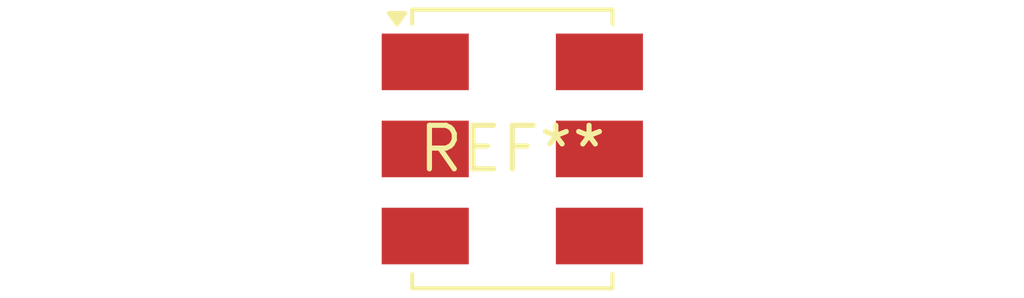
<source format=kicad_pcb>
(kicad_pcb (version 20240108) (generator pcbnew)
  (layers (0 "F.Cu" signal) (31 "B.Cu" signal) (34 "B.Paste" user) (35 "F.Paste" user) (36 "B.SilkS" user "B.Silkscreen") (37 "F.SilkS" user "F.Silkscreen") (38 "B.Mask" user) (39 "F.Mask" user) (44 "Edge.Cuts" user))
  (net 0 "")
  (footprint "Mini-Circuits_CD542_H2.84mm" (layer "F.Cu") (at 0 0)
    (property "Reference" "REF**")
    (property "Value" "Mini-Circuits_CD542_H2.84mm")
    (fp_line (start -2.921 -4.064) (end -2.921 -3.65) (layer "F.SilkS") (stroke (width 0.12)))
    (fp_line (start -2.921 3.65) (end -2.921 4.064) (layer "F.SilkS") (stroke (width 0.12)))
    (fp_line (start -2.921 4.064) (end 2.921 4.064) (layer "F.SilkS") (stroke (width 0.12)))
    (fp_line (start 2.921 -4.064) (end -2.921 -4.064) (layer "F.SilkS") (stroke (width 0.12)))
    (fp_line (start 2.921 -4.064) (end 2.921 -3.65) (layer "F.SilkS") (stroke (width 0.12)))
    (fp_line (start 2.921 3.65) (end 2.921 4.064) (layer "F.SilkS") (stroke (width 0.12)))
    (fp_poly (pts (xy -3.3655 -3.63) (xy -3.6055 -3.966) (xy -3.1255 -3.966) (xy -3.3655 -3.63)) (layer "F.SilkS") (stroke (width 0.12)) (fill solid))
    (pad "1" smd rect (at -2.54 -2.54) (size 2.54 1.65) (layers "F.Cu" "F.Paste" "F.Mask"))
    (pad "2" smd rect (at -2.54 0) (size 2.54 1.65) (layers "F.Cu" "F.Paste" "F.Mask"))
    (pad "3" smd rect (at -2.54 2.54) (size 2.54 1.65) (layers "F.Cu" "F.Paste" "F.Mask"))
    (pad "4" smd rect (at 2.54 2.54) (size 2.54 1.65) (layers "F.Cu" "F.Paste" "F.Mask"))
    (pad "5" smd rect (at 2.54 0) (size 2.54 1.65) (layers "F.Cu" "F.Paste" "F.Mask"))
    (pad "6" smd rect (at 2.54 -2.54) (size 2.54 1.65) (layers "F.Cu" "F.Paste" "F.Mask"))
  )
)
</source>
